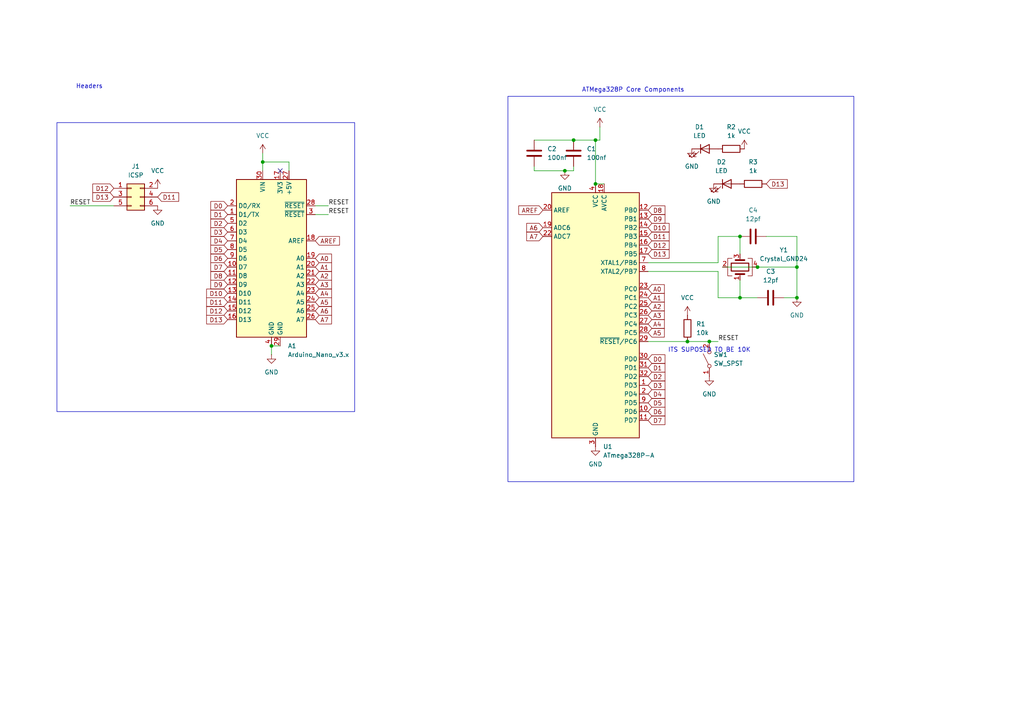
<source format=kicad_sch>
(kicad_sch (version 20231120) (generator "eeschema") (generator_version "8.0")
  (paper "A4")
  (lib_symbols
    (symbol "Connector_Generic:Conn_02x03_Odd_Even" (pin_names (offset 1.016) hide)
      (property "Reference" "J" (at 1.27 5.08 0))
      (property "Value" "Conn_02x03_Odd_Even" (at 1.27 -5.08 0))
      (symbol "Conn_02x03_Odd_Even_1_1"
        (rectangle (start -1.27 -2.413) (end 0 -2.667) (stroke (width 0.1524)))
        (rectangle (start -1.27 0.127) (end 0 -0.127) (stroke (width 0.1524)))
        (rectangle (start -1.27 2.667) (end 0 2.413) (stroke (width 0.1524)))
        (rectangle (start -1.27 3.81) (end 3.81 -3.81) (stroke (width 0.254)) (fill (type background)))
        (rectangle (start 3.81 -2.413) (end 2.54 -2.667) (stroke (width 0.1524)))
        (rectangle (start 3.81 0.127) (end 2.54 -0.127) (stroke (width 0.1524)))
        (rectangle (start 3.81 2.667) (end 2.54 2.413) (stroke (width 0.1524)))
        (pin passive line (at -5.08 2.54 0) (length 3.81) (name "Pin_1") (number "1"))
        (pin passive line (at 7.62 2.54 180) (length 3.81) (name "Pin_2") (number "2"))
        (pin passive line (at -5.08 0 0) (length 3.81) (name "Pin_3") (number "3"))
        (pin passive line (at 7.62 0 180) (length 3.81) (name "Pin_4") (number "4"))
        (pin passive line (at -5.08 -2.54 0) (length 3.81) (name "Pin_5") (number "5"))
        (pin passive line (at 7.62 -2.54 180) (length 3.81) (name "Pin_6") (number "6"))
      )
    )
    (symbol "Device:C" (pin_numbers hide) (pin_names (offset 0.254))
      (property "Reference" "C" (at 0.635 2.54 0))
      (property "Value" "C" (at 0.635 -2.54 0))
      (symbol "C_0_1"
        (polyline (pts (xy -2.032 -0.762) (xy 2.032 -0.762)) (stroke (width 0.508)))
        (polyline (pts (xy -2.032 0.762) (xy 2.032 0.762)) (stroke (width 0.508)))
      )
      (symbol "C_1_1"
        (pin passive line (at 0 3.81 270) (length 2.794) (name "~") (number "1"))
        (pin passive line (at 0 -3.81 90) (length 2.794) (name "~") (number "2"))
      )
    )
    (symbol "Device:Crystal_GND24" (pin_names (offset 1.016) hide)
      (property "Reference" "Y" (at 3.175 5.08 0))
      (property "Value" "Crystal_GND24" (at 3.175 3.175 0))
      (symbol "Crystal_GND24_0_1"
        (rectangle (start -1.143 2.54) (end 1.143 -2.54) (stroke (width 0.3048)))
        (polyline (pts (xy -2.54 0) (xy -2.032 0)))
        (polyline (pts (xy -2.032 -1.27) (xy -2.032 1.27)) (stroke (width 0.508)))
        (polyline (pts (xy 0 -3.81) (xy 0 -3.556)))
        (polyline (pts (xy 0 3.556) (xy 0 3.81)))
        (polyline (pts (xy 2.032 -1.27) (xy 2.032 1.27)) (stroke (width 0.508)))
        (polyline (pts (xy 2.032 0) (xy 2.54 0)))
        (polyline (pts (xy -2.54 -2.286) (xy -2.54 -3.556) (xy 2.54 -3.556) (xy 2.54 -2.286)))
        (polyline (pts (xy -2.54 2.286) (xy -2.54 3.556) (xy 2.54 3.556) (xy 2.54 2.286)))
      )
      (symbol "Crystal_GND24_1_1"
        (pin passive line (at -3.81 0 0) (length 1.27) (name "1") (number "1"))
        (pin passive line (at 0 5.08 270) (length 1.27) (name "2") (number "2"))
        (pin passive line (at 3.81 0 180) (length 1.27) (name "3") (number "3"))
        (pin passive line (at 0 -5.08 90) (length 1.27) (name "4") (number "4"))
      )
    )
    (symbol "Device:LED" (pin_numbers hide) (pin_names (offset 1.016) hide)
      (property "Reference" "D" (at 0 2.54 0))
      (property "Value" "LED" (at 0 -2.54 0))
      (symbol "LED_0_1"
        (polyline (pts (xy -1.27 -1.27) (xy -1.27 1.27)) (stroke (width 0.254)))
        (polyline (pts (xy -1.27 0) (xy 1.27 0)))
        (polyline (pts (xy 1.27 -1.27) (xy 1.27 1.27) (xy -1.27 0) (xy 1.27 -1.27)) (stroke (width 0.254)))
        (polyline (pts (xy -3.048 -0.762) (xy -4.572 -2.286) (xy -3.81 -2.286) (xy -4.572 -2.286) (xy -4.572 -1.524)))
        (polyline (pts (xy -1.778 -0.762) (xy -3.302 -2.286) (xy -2.54 -2.286) (xy -3.302 -2.286) (xy -3.302 -1.524)))
      )
      (symbol "LED_1_1"
        (pin passive line (at -3.81 0 0) (length 2.54) (name "K") (number "1"))
        (pin passive line (at 3.81 0 180) (length 2.54) (name "A") (number "2"))
      )
    )
    (symbol "Device:R" (pin_numbers hide) (pin_names (offset 0))
      (property "Reference" "R" (at 2.032 0 90))
      (property "Value" "R" (at 0 0 90))
      (symbol "R_0_1"
        (rectangle (start -1.016 -2.54) (end 1.016 2.54) (stroke (width 0.254)))
      )
      (symbol "R_1_1"
        (pin passive line (at 0 3.81 270) (length 1.27) (name "~") (number "1"))
        (pin passive line (at 0 -3.81 90) (length 1.27) (name "~") (number "2"))
      )
    )
    (symbol "MCU_Microchip_ATmega:ATmega328P-A"
      (property "Reference" "U" (at -12.7 36.83 0))
      (property "Value" "ATmega328P-A" (at 2.54 -36.83 0))
      (symbol "ATmega328P-A_0_1"
        (rectangle (start -12.7 -35.56) (end 12.7 35.56) (stroke (width 0.254)) (fill (type background)))
      )
      (symbol "ATmega328P-A_1_1"
        (pin bidirectional line (at 15.24 -20.32 180) (length 2.54) (name "PD3") (number "1"))
        (pin bidirectional line (at 15.24 -27.94 180) (length 2.54) (name "PD6") (number "10"))
        (pin bidirectional line (at 15.24 -30.48 180) (length 2.54) (name "PD7") (number "11"))
        (pin bidirectional line (at 15.24 30.48 180) (length 2.54) (name "PB0") (number "12"))
        (pin bidirectional line (at 15.24 27.94 180) (length 2.54) (name "PB1") (number "13"))
        (pin bidirectional line (at 15.24 25.4 180) (length 2.54) (name "PB2") (number "14"))
        (pin bidirectional line (at 15.24 22.86 180) (length 2.54) (name "PB3") (number "15"))
        (pin bidirectional line (at 15.24 20.32 180) (length 2.54) (name "PB4") (number "16"))
        (pin bidirectional line (at 15.24 17.78 180) (length 2.54) (name "PB5") (number "17"))
        (pin power_in line (at 2.54 38.1 270) (length 2.54) (name "AVCC") (number "18"))
        (pin input line (at -15.24 25.4 0) (length 2.54) (name "ADC6") (number "19"))
        (pin bidirectional line (at 15.24 -22.86 180) (length 2.54) (name "PD4") (number "2"))
        (pin passive line (at -15.24 30.48 0) (length 2.54) (name "AREF") (number "20"))
        (pin passive line (at 0 -38.1 90) (length 2.54) hide (name "GND") (number "21"))
        (pin input line (at -15.24 22.86 0) (length 2.54) (name "ADC7") (number "22"))
        (pin bidirectional line (at 15.24 7.62 180) (length 2.54) (name "PC0") (number "23"))
        (pin bidirectional line (at 15.24 5.08 180) (length 2.54) (name "PC1") (number "24"))
        (pin bidirectional line (at 15.24 2.54 180) (length 2.54) (name "PC2") (number "25"))
        (pin bidirectional line (at 15.24 0 180) (length 2.54) (name "PC3") (number "26"))
        (pin bidirectional line (at 15.24 -2.54 180) (length 2.54) (name "PC4") (number "27"))
        (pin bidirectional line (at 15.24 -5.08 180) (length 2.54) (name "PC5") (number "28"))
        (pin bidirectional line (at 15.24 -7.62 180) (length 2.54) (name "~{RESET}/PC6") (number "29"))
        (pin power_in line (at 0 -38.1 90) (length 2.54) (name "GND") (number "3"))
        (pin bidirectional line (at 15.24 -12.7 180) (length 2.54) (name "PD0") (number "30"))
        (pin bidirectional line (at 15.24 -15.24 180) (length 2.54) (name "PD1") (number "31"))
        (pin bidirectional line (at 15.24 -17.78 180) (length 2.54) (name "PD2") (number "32"))
        (pin power_in line (at 0 38.1 270) (length 2.54) (name "VCC") (number "4"))
        (pin passive line (at 0 -38.1 90) (length 2.54) hide (name "GND") (number "5"))
        (pin passive line (at 0 38.1 270) (length 2.54) hide (name "VCC") (number "6"))
        (pin bidirectional line (at 15.24 15.24 180) (length 2.54) (name "XTAL1/PB6") (number "7"))
        (pin bidirectional line (at 15.24 12.7 180) (length 2.54) (name "XTAL2/PB7") (number "8"))
        (pin bidirectional line (at 15.24 -25.4 180) (length 2.54) (name "PD5") (number "9"))
      )
    )
    (symbol "MCU_Module:Arduino_Nano_v3.x"
      (property "Reference" "A" (at -10.16 23.495 0))
      (property "Value" "Arduino_Nano_v3.x" (at 5.08 -24.13 0))
      (symbol "Arduino_Nano_v3.x_0_1"
        (rectangle (start -10.16 22.86) (end 10.16 -22.86) (stroke (width 0.254)) (fill (type background)))
      )
      (symbol "Arduino_Nano_v3.x_1_1"
        (pin bidirectional line (at -12.7 12.7 0) (length 2.54) (name "D1/TX") (number "1"))
        (pin bidirectional line (at -12.7 -2.54 0) (length 2.54) (name "D7") (number "10"))
        (pin bidirectional line (at -12.7 -5.08 0) (length 2.54) (name "D8") (number "11"))
        (pin bidirectional line (at -12.7 -7.62 0) (length 2.54) (name "D9") (number "12"))
        (pin bidirectional line (at -12.7 -10.16 0) (length 2.54) (name "D10") (number "13"))
        (pin bidirectional line (at -12.7 -12.7 0) (length 2.54) (name "D11") (number "14"))
        (pin bidirectional line (at -12.7 -15.24 0) (length 2.54) (name "D12") (number "15"))
        (pin bidirectional line (at -12.7 -17.78 0) (length 2.54) (name "D13") (number "16"))
        (pin power_out line (at 2.54 25.4 270) (length 2.54) (name "3V3") (number "17"))
        (pin input line (at 12.7 5.08 180) (length 2.54) (name "AREF") (number "18"))
        (pin bidirectional line (at 12.7 0 180) (length 2.54) (name "A0") (number "19"))
        (pin bidirectional line (at -12.7 15.24 0) (length 2.54) (name "D0/RX") (number "2"))
        (pin bidirectional line (at 12.7 -2.54 180) (length 2.54) (name "A1") (number "20"))
        (pin bidirectional line (at 12.7 -5.08 180) (length 2.54) (name "A2") (number "21"))
        (pin bidirectional line (at 12.7 -7.62 180) (length 2.54) (name "A3") (number "22"))
        (pin bidirectional line (at 12.7 -10.16 180) (length 2.54) (name "A4") (number "23"))
        (pin bidirectional line (at 12.7 -12.7 180) (length 2.54) (name "A5") (number "24"))
        (pin bidirectional line (at 12.7 -15.24 180) (length 2.54) (name "A6") (number "25"))
        (pin bidirectional line (at 12.7 -17.78 180) (length 2.54) (name "A7") (number "26"))
        (pin power_out line (at 5.08 25.4 270) (length 2.54) (name "+5V") (number "27"))
        (pin input line (at 12.7 15.24 180) (length 2.54) (name "~{RESET}") (number "28"))
        (pin power_in line (at 2.54 -25.4 90) (length 2.54) (name "GND") (number "29"))
        (pin input line (at 12.7 12.7 180) (length 2.54) (name "~{RESET}") (number "3"))
        (pin power_in line (at -2.54 25.4 270) (length 2.54) (name "VIN") (number "30"))
        (pin power_in line (at 0 -25.4 90) (length 2.54) (name "GND") (number "4"))
        (pin bidirectional line (at -12.7 10.16 0) (length 2.54) (name "D2") (number "5"))
        (pin bidirectional line (at -12.7 7.62 0) (length 2.54) (name "D3") (number "6"))
        (pin bidirectional line (at -12.7 5.08 0) (length 2.54) (name "D4") (number "7"))
        (pin bidirectional line (at -12.7 2.54 0) (length 2.54) (name "D5") (number "8"))
        (pin bidirectional line (at -12.7 0 0) (length 2.54) (name "D6") (number "9"))
      )
    )
    (symbol "Switch:SW_SPST" (pin_names (offset 0) hide)
      (property "Reference" "SW" (at 0 3.175 0))
      (property "Value" "SW_SPST" (at 0 -2.54 0))
      (symbol "SW_SPST_0_0"
        (circle (center -2.032 0) (radius 0.508))
        (polyline (pts (xy -1.524 0.254) (xy 1.524 1.778)))
        (circle (center 2.032 0) (radius 0.508))
      )
      (symbol "SW_SPST_1_1"
        (pin passive line (at -5.08 0 0) (length 2.54) (name "A") (number "1"))
        (pin passive line (at 5.08 0 180) (length 2.54) (name "B") (number "2"))
      )
    )
    (symbol "power:GND" (power) (pin_numbers hide) (pin_names (offset 0) hide)
      (property "Value" "GND" (at 0 -3.81 0))
      (symbol "GND_0_1"
        (polyline (pts (xy 0 0) (xy 0 -1.27) (xy 1.27 -1.27) (xy 0 -2.54) (xy -1.27 -1.27) (xy 0 -1.27)))
      )
      (symbol "GND_1_1"
        (pin power_in line (at 0 0 270) (length 0) (name "~") (number "1"))
      )
    )
    (symbol "power:VCC" (power) (pin_numbers hide) (pin_names (offset 0) hide)
      (property "Value" "VCC" (at 0 3.556 0))
      (symbol "VCC_0_1"
        (polyline (pts (xy -0.762 1.27) (xy 0 2.54)))
        (polyline (pts (xy 0 0) (xy 0 2.54)))
        (polyline (pts (xy 0 2.54) (xy 0.762 1.27)))
      )
      (symbol "VCC_1_1"
        (pin power_in line (at 0 0 90) (length 0) (name "~") (number "1"))
      )
    )
  )
  (junction (at 163.83 49.53))
  (junction (at 172.72 40.64))
  (junction (at 231.14 77.47))
  (junction (at 76.2 46.99))
  (junction (at 214.63 68.58))
  (junction (at 199.39 99.06))
  (junction (at 166.37 40.64))
  (junction (at 219.71 77.47))
  (junction (at 214.63 86.36))
  (junction (at 231.14 86.36))
  (junction (at 205.74 99.06))
  (junction (at 78.74 100.33))
  (junction (at 172.72 53.34))
  (no_connect (at 81.28 49.53))
  (wire (pts (xy 172.72 40.64) (xy 166.37 40.64)))
  (wire (pts (xy 231.14 77.47) (xy 231.14 68.58)))
  (wire (pts (xy 231.14 68.58) (xy 222.25 68.58)))
  (wire (pts (xy 208.28 99.06) (xy 205.74 99.06)))
  (wire (pts (xy 20.32 59.69) (xy 33.02 59.69)))
  (wire (pts (xy 172.72 53.34) (xy 175.26 53.34)))
  (wire (pts (xy 173.99 40.64) (xy 172.72 40.64)))
  (wire (pts (xy 83.82 49.53) (xy 83.82 46.99)))
  (wire (pts (xy 166.37 48.26) (xy 166.37 49.53)))
  (wire (pts (xy 187.96 99.06) (xy 199.39 99.06)))
  (wire (pts (xy 76.2 44.45) (xy 76.2 46.99)))
  (wire (pts (xy 173.99 36.83) (xy 173.99 40.64)))
  (wire (pts (xy 83.82 46.99) (xy 76.2 46.99)))
  (wire (pts (xy 208.28 86.36) (xy 208.28 78.74)))
  (wire (pts (xy 231.14 77.47) (xy 231.14 86.36)))
  (wire (pts (xy 187.96 76.2) (xy 208.28 76.2)))
  (wire (pts (xy 214.63 81.28) (xy 214.63 86.36)))
  (wire (pts (xy 209.55 77.47) (xy 219.71 77.47)))
  (wire (pts (xy 78.74 100.33) (xy 78.74 102.87)))
  (wire (pts (xy 208.28 68.58) (xy 214.63 68.58)))
  (wire (pts (xy 214.63 86.36) (xy 208.28 86.36)))
  (wire (pts (xy 214.63 68.58) (xy 214.63 73.66)))
  (wire (pts (xy 219.71 77.47) (xy 231.14 77.47)))
  (wire (pts (xy 172.72 40.64) (xy 172.72 53.34)))
  (wire (pts (xy 154.94 40.64) (xy 166.37 40.64)))
  (wire (pts (xy 208.28 78.74) (xy 187.96 78.74)))
  (wire (pts (xy 208.28 76.2) (xy 208.28 68.58)))
  (wire (pts (xy 231.14 86.36) (xy 227.33 86.36)))
  (wire (pts (xy 76.2 46.99) (xy 76.2 49.53)))
  (wire (pts (xy 154.94 49.53) (xy 154.94 48.26)))
  (wire (pts (xy 199.39 99.06) (xy 205.74 99.06)))
  (wire (pts (xy 163.83 49.53) (xy 154.94 49.53)))
  (wire (pts (xy 214.63 86.36) (xy 219.71 86.36)))
  (wire (pts (xy 166.37 49.53) (xy 163.83 49.53)))
  (wire (pts (xy 91.44 59.69) (xy 95.25 59.69)))
  (wire (pts (xy 91.44 62.23) (xy 95.25 62.23)))
  (wire (pts (xy 81.28 100.33) (xy 78.74 100.33)))
  (rectangle (start 16.51 35.56) (end 102.87 119.38))
  (rectangle (start 147.32 27.94) (end 247.65 139.7))
  (text "ATMega328P Core Components" (at 183.642 26.162 0) (effects (font (size 1.27 1.27))))
  (text "Headers" (at 25.908 25.146 0) (effects (font (size 1.27 1.27))))
  (text "ITS SUPOSED TO BE 10K" (at 205.74 101.6 0) (effects (font (size 1.27 1.27))))
  (label "RESET" (at 95.25 62.23 0))
  (label "RESET" (at 208.28 99.06 0))
  (label "RESET" (at 20.32 59.69 0))
  (label "RESET" (at 95.25 59.69 0))
  (global_label "D3" (shape input) (at 66.04 67.31 180) (property "Intersheetrefs" "${INTERSHEET_REFS}" (effects (hide yes))))
  (global_label "D13" (shape input) (at 187.96 73.66 0) (property "Intersheetrefs" "${INTERSHEET_REFS}" (effects (hide yes))))
  (global_label "D11" (shape input) (at 66.04 87.63 180) (property "Intersheetrefs" "${INTERSHEET_REFS}" (effects (hide yes))))
  (global_label "D2" (shape input) (at 187.96 109.22 0) (property "Intersheetrefs" "${INTERSHEET_REFS}" (effects (hide yes))))
  (global_label "D1" (shape input) (at 66.04 62.23 180) (property "Intersheetrefs" "${INTERSHEET_REFS}" (effects (hide yes))))
  (global_label "D0" (shape input) (at 66.04 59.69 180) (property "Intersheetrefs" "${INTERSHEET_REFS}" (effects (hide yes))))
  (global_label "A4" (shape input) (at 187.96 93.98 0) (property "Intersheetrefs" "${INTERSHEET_REFS}" (effects (hide yes))))
  (global_label "D5" (shape input) (at 66.04 72.39 180) (property "Intersheetrefs" "${INTERSHEET_REFS}" (effects (hide yes))))
  (global_label "A3" (shape input) (at 187.96 91.44 0) (property "Intersheetrefs" "${INTERSHEET_REFS}" (effects (hide yes))))
  (global_label "A6" (shape input) (at 157.48 66.04 180) (property "Intersheetrefs" "${INTERSHEET_REFS}" (effects (hide yes))))
  (global_label "A1" (shape input) (at 91.44 77.47 0) (property "Intersheetrefs" "${INTERSHEET_REFS}" (effects (hide yes))))
  (global_label "D0" (shape input) (at 187.96 104.14 0) (property "Intersheetrefs" "${INTERSHEET_REFS}" (effects (hide yes))))
  (global_label "A6" (shape input) (at 91.44 90.17 0) (property "Intersheetrefs" "${INTERSHEET_REFS}" (effects (hide yes))))
  (global_label "D2" (shape input) (at 66.04 64.77 180) (property "Intersheetrefs" "${INTERSHEET_REFS}" (effects (hide yes))))
  (global_label "D7" (shape input) (at 187.96 121.92 0) (property "Intersheetrefs" "${INTERSHEET_REFS}" (effects (hide yes))))
  (global_label "D8" (shape input) (at 187.96 60.96 0) (property "Intersheetrefs" "${INTERSHEET_REFS}" (effects (hide yes))))
  (global_label "A0" (shape input) (at 187.96 83.82 0) (property "Intersheetrefs" "${INTERSHEET_REFS}" (effects (hide yes))))
  (global_label "A1" (shape input) (at 187.96 86.36 0) (property "Intersheetrefs" "${INTERSHEET_REFS}" (effects (hide yes))))
  (global_label "A7" (shape input) (at 91.44 92.71 0) (property "Intersheetrefs" "${INTERSHEET_REFS}" (effects (hide yes))))
  (global_label "D1" (shape input) (at 187.96 106.68 0) (property "Intersheetrefs" "${INTERSHEET_REFS}" (effects (hide yes))))
  (global_label "AREF" (shape input) (at 91.44 69.85 0) (property "Intersheetrefs" "${INTERSHEET_REFS}" (effects (hide yes))))
  (global_label "D7" (shape input) (at 66.04 77.47 180) (property "Intersheetrefs" "${INTERSHEET_REFS}" (effects (hide yes))))
  (global_label "D12" (shape input) (at 33.02 54.61 180) (property "Intersheetrefs" "${INTERSHEET_REFS}" (effects (hide yes))))
  (global_label "D8" (shape input) (at 66.04 80.01 180) (property "Intersheetrefs" "${INTERSHEET_REFS}" (effects (hide yes))))
  (global_label "A4" (shape input) (at 91.44 85.09 0) (property "Intersheetrefs" "${INTERSHEET_REFS}" (effects (hide yes))))
  (global_label "D11" (shape input) (at 45.72 57.15 0) (property "Intersheetrefs" "${INTERSHEET_REFS}" (effects (hide yes))))
  (global_label "D6" (shape input) (at 66.04 74.93 180) (property "Intersheetrefs" "${INTERSHEET_REFS}" (effects (hide yes))))
  (global_label "D3" (shape input) (at 187.96 111.76 0) (property "Intersheetrefs" "${INTERSHEET_REFS}" (effects (hide yes))))
  (global_label "D13" (shape input) (at 222.25 53.34 0) (property "Intersheetrefs" "${INTERSHEET_REFS}" (effects (hide yes))))
  (global_label "D13" (shape input) (at 33.02 57.15 180) (property "Intersheetrefs" "${INTERSHEET_REFS}" (effects (hide yes))))
  (global_label "A5" (shape input) (at 187.96 96.52 0) (property "Intersheetrefs" "${INTERSHEET_REFS}" (effects (hide yes))))
  (global_label "D13" (shape input) (at 66.04 92.71 180) (property "Intersheetrefs" "${INTERSHEET_REFS}" (effects (hide yes))))
  (global_label "D10" (shape input) (at 66.04 85.09 180) (property "Intersheetrefs" "${INTERSHEET_REFS}" (effects (hide yes))))
  (global_label "A0" (shape input) (at 91.44 74.93 0) (property "Intersheetrefs" "${INTERSHEET_REFS}" (effects (hide yes))))
  (global_label "D10" (shape input) (at 187.96 66.04 0) (property "Intersheetrefs" "${INTERSHEET_REFS}" (effects (hide yes))))
  (global_label "D11" (shape input) (at 187.96 68.58 0) (property "Intersheetrefs" "${INTERSHEET_REFS}" (effects (hide yes))))
  (global_label "A5" (shape input) (at 91.44 87.63 0) (property "Intersheetrefs" "${INTERSHEET_REFS}" (effects (hide yes))))
  (global_label "A2" (shape input) (at 91.44 80.01 0) (property "Intersheetrefs" "${INTERSHEET_REFS}" (effects (hide yes))))
  (global_label "A2" (shape input) (at 187.96 88.9 0) (property "Intersheetrefs" "${INTERSHEET_REFS}" (effects (hide yes))))
  (global_label "D12" (shape input) (at 66.04 90.17 180) (property "Intersheetrefs" "${INTERSHEET_REFS}" (effects (hide yes))))
  (global_label "A7" (shape input) (at 157.48 68.58 180) (property "Intersheetrefs" "${INTERSHEET_REFS}" (effects (hide yes))))
  (global_label "D12" (shape input) (at 187.96 71.12 0) (property "Intersheetrefs" "${INTERSHEET_REFS}" (effects (hide yes))))
  (global_label "A3" (shape input) (at 91.44 82.55 0) (property "Intersheetrefs" "${INTERSHEET_REFS}" (effects (hide yes))))
  (global_label "D9" (shape input) (at 66.04 82.55 180) (property "Intersheetrefs" "${INTERSHEET_REFS}" (effects (hide yes))))
  (global_label "D6" (shape input) (at 187.96 119.38 0) (property "Intersheetrefs" "${INTERSHEET_REFS}" (effects (hide yes))))
  (global_label "D9" (shape input) (at 187.96 63.5 0) (property "Intersheetrefs" "${INTERSHEET_REFS}" (effects (hide yes))))
  (global_label "AREF" (shape input) (at 157.48 60.96 180) (property "Intersheetrefs" "${INTERSHEET_REFS}" (effects (hide yes))))
  (global_label "D4" (shape input) (at 187.96 114.3 0) (property "Intersheetrefs" "${INTERSHEET_REFS}" (effects (hide yes))))
  (global_label "D4" (shape input) (at 66.04 69.85 180) (property "Intersheetrefs" "${INTERSHEET_REFS}" (effects (hide yes))))
  (global_label "D5" (shape input) (at 187.96 116.84 0) (property "Intersheetrefs" "${INTERSHEET_REFS}" (effects (hide yes))))
  (symbol (lib_id "power:GND") (at 200.66 43.18 0) (unit 1)
    (property "Reference" "#PWR011" (effects (hide yes)))
    (property "Value" "GND" (at 200.66 48.26 0))
    (property "Description" "Power symbol creates a global label with name \"GND\" , ground" (effects (hide yes)))
  )
  (symbol (lib_id "Device:C") (at 154.94 44.45 180) (unit 1)
    (property "Reference" "C2" (at 158.75 43.1799 0) (effects (justify right)))
    (property "Value" "100nf" (at 158.75 45.7199 0) (effects (justify right)))
    (property "Footprint" "Capacitor_SMD:C_0805_2012Metric_Pad1.18x1.45mm_HandSolder" (effects (hide yes)))
    (property "Description" "Unpolarized capacitor" (effects (hide yes)))
    (property "LCSC" "C49678" (effects (hide yes)))
  )
  (symbol (lib_id "Device:C") (at 218.44 68.58 90) (unit 1)
    (property "Reference" "C4" (at 218.44 60.96 90))
    (property "Value" "12pf" (at 218.44 63.5 90))
    (property "Footprint" "Capacitor_SMD:C_0805_2012Metric_Pad1.18x1.45mm_HandSolder" (effects (hide yes)))
    (property "Description" "Unpolarized capacitor" (effects (hide yes)))
    (property "LCSC" "C1792" (effects (hide yes)))
  )
  (symbol (lib_id "Device:LED") (at 210.82 53.34 0) (unit 1)
    (property "Reference" "D2" (at 209.2325 46.99 0))
    (property "Value" "LED" (at 209.2325 49.53 0))
    (property "Footprint" "LED_SMD:LED_0805_2012Metric_Pad1.15x1.40mm_HandSolder" (effects (hide yes)))
    (property "Description" "Light emitting diode" (effects (hide yes)))
  )
  (symbol (lib_id "Connector_Generic:Conn_02x03_Odd_Even") (at 38.1 57.15 0) (unit 1)
    (property "Reference" "J1" (at 39.37 48.26 0))
    (property "Value" "ICSP" (at 39.37 50.8 0))
    (property "Footprint" "Connector_PinHeader_2.54mm:PinHeader_2x03_P2.54mm_Vertical" (effects (hide yes)))
    (property "Description" "Generic connector, double row, 02x03, odd/even pin numbering scheme (row 1 odd numbers, row 2 even numbers), script generated (kicad-library-utils/schlib/autogen/connector/)" (effects (hide yes)))
  )
  (symbol (lib_id "power:GND") (at 172.72 129.54 0) (unit 1)
    (property "Reference" "#PWR016" (effects (hide yes)))
    (property "Value" "GND" (at 172.72 134.62 0))
    (property "Description" "Power symbol creates a global label with name \"GND\" , ground" (effects (hide yes)))
  )
  (symbol (lib_id "power:VCC") (at 76.2 44.45 0) (unit 1)
    (property "Reference" "#PWR06" (effects (hide yes)))
    (property "Value" "VCC" (at 76.2 39.37 0))
    (property "Description" "Power symbol creates a global label with name \"VCC\"" (effects (hide yes)))
  )
  (symbol (lib_id "power:GND") (at 78.74 102.87 0) (unit 1)
    (property "Reference" "#PWR07" (effects (hide yes)))
    (property "Value" "GND" (at 78.74 107.95 0))
    (property "Description" "Power symbol creates a global label with name \"GND\" , ground" (effects (hide yes)))
  )
  (symbol (lib_id "MCU_Module:Arduino_Nano_v3.x") (at 78.74 74.93 0) (unit 1)
    (property "Reference" "A1" (at 83.4741 100.33 0) (effects (justify left)))
    (property "Value" "Arduino_Nano_v3.x" (at 83.4741 102.87 0) (effects (justify left)))
    (property "Footprint" "Module:Arduino_Nano_WithMountingHoles" (effects (hide yes)))
    (property "Datasheet" "http://www.mouser.com/pdfdocs/Gravitech_Arduino_Nano3_0.pdf" (effects (hide yes)))
    (property "Description" "Arduino Nano v3.x" (effects (hide yes)))
  )
  (symbol (lib_id "MCU_Microchip_ATmega:ATmega328P-A") (at 172.72 91.44 0) (unit 1)
    (property "Reference" "U1" (at 174.9141 129.54 0) (effects (justify left)))
    (property "Value" "ATmega328P-A" (at 174.9141 132.08 0) (effects (justify left)))
    (property "Footprint" "Package_QFP:TQFP-32_7x7mm_P0.8mm" (effects (hide yes)))
    (property "Datasheet" "http://ww1.microchip.com/downloads/en/DeviceDoc/ATmega328_P%20AVR%20MCU%20with%20picoPower%20Technology%20Data%20Sheet%2040001984A.pdf" (effects (hide yes)))
    (property "Description" "20MHz, 32kB Flash, 2kB SRAM, 1kB EEPROM, TQFP-32" (effects (hide yes)))
    (property "LCSC" "C14877" (effects (hide yes)))
  )
  (symbol (lib_id "Device:C") (at 223.52 86.36 90) (unit 1)
    (property "Reference" "C3" (at 223.52 78.74 90))
    (property "Value" "12pf" (at 223.52 81.28 90))
    (property "Footprint" "Capacitor_SMD:C_0805_2012Metric_Pad1.18x1.45mm_HandSolder" (effects (hide yes)))
    (property "Description" "Unpolarized capacitor" (effects (hide yes)))
    (property "LCSC" "C1792" (effects (hide yes)))
  )
  (symbol (lib_id "power:VCC") (at 199.39 91.44 0) (unit 1)
    (property "Reference" "#PWR05" (effects (hide yes)))
    (property "Value" "VCC" (at 199.39 86.36 0))
    (property "Description" "Power symbol creates a global label with name \"VCC\"" (effects (hide yes)))
  )
  (symbol (lib_id "Device:C") (at 166.37 44.45 0) (unit 1)
    (property "Reference" "C1" (at 170.18 43.1799 0) (effects (justify left)))
    (property "Value" "100nf" (at 170.18 45.7199 0) (effects (justify left)))
    (property "Footprint" "Capacitor_SMD:C_0805_2012Metric_Pad1.18x1.45mm_HandSolder" (effects (hide yes)))
    (property "Description" "Unpolarized capacitor" (effects (hide yes)))
    (property "LCSC" "C49678" (effects (hide yes)))
  )
  (symbol (lib_id "power:VCC") (at 215.9 43.18 0) (unit 1)
    (property "Reference" "#PWR010" (effects (hide yes)))
    (property "Value" "VCC" (at 215.9 38.1 0))
    (property "Description" "Power symbol creates a global label with name \"VCC\"" (effects (hide yes)))
  )
  (symbol (lib_id "power:VCC") (at 173.99 36.83 0) (unit 1)
    (property "Reference" "#PWR01" (effects (hide yes)))
    (property "Value" "VCC" (at 173.99 31.75 0))
    (property "Description" "Power symbol creates a global label with name \"VCC\"" (effects (hide yes)))
  )
  (symbol (lib_id "Device:R") (at 212.09 43.18 90) (unit 1)
    (property "Reference" "R2" (at 212.09 36.83 90))
    (property "Value" "1k" (at 212.09 39.37 90))
    (property "Footprint" "Resistor_SMD:R_0805_2012Metric_Pad1.20x1.40mm_HandSolder" (effects (hide yes)))
    (property "Description" "Resistor" (effects (hide yes)))
  )
  (symbol (lib_id "power:GND") (at 207.01 53.34 0) (unit 1)
    (property "Reference" "#PWR012" (effects (hide yes)))
    (property "Value" "GND" (at 207.01 58.42 0))
    (property "Description" "Power symbol creates a global label with name \"GND\" , ground" (effects (hide yes)))
  )
  (symbol (lib_id "power:GND") (at 205.74 109.22 0) (unit 1)
    (property "Reference" "#PWR04" (effects (hide yes)))
    (property "Value" "GND" (at 205.74 114.3 0))
    (property "Description" "Power symbol creates a global label with name \"GND\" , ground" (effects (hide yes)))
  )
  (symbol (lib_id "Device:Crystal_GND24") (at 214.63 77.47 90) (unit 1)
    (property "Reference" "Y1" (at 227.33 72.5168 90))
    (property "Value" "Crystal_GND24" (at 227.33 75.0568 90))
    (property "Footprint" "Crystal:Crystal_SMD_3225-4Pin_3.2x2.5mm_HandSoldering" (effects (hide yes)))
    (property "Description" "Four pin crystal, GND on pins 2 and 4" (effects (hide yes)))
    (property "LCSC" "C13738" (effects (hide yes)))
  )
  (symbol (lib_id "power:GND") (at 45.72 59.69 0) (unit 1)
    (property "Reference" "#PWR09" (effects (hide yes)))
    (property "Value" "GND" (at 45.72 64.77 0))
    (property "Description" "Power symbol creates a global label with name \"GND\" , ground" (effects (hide yes)))
  )
  (symbol (lib_id "Device:R") (at 218.44 53.34 90) (unit 1)
    (property "Reference" "R3" (at 218.44 46.99 90))
    (property "Value" "1k" (at 218.44 49.53 90))
    (property "Footprint" "Resistor_SMD:R_0805_2012Metric_Pad1.20x1.40mm_HandSolder" (effects (hide yes)))
    (property "Description" "Resistor" (effects (hide yes)))
  )
  (symbol (lib_id "power:GND") (at 163.83 49.53 0) (unit 1)
    (property "Reference" "#PWR02" (effects (hide yes)))
    (property "Value" "GND" (at 163.83 54.61 0))
    (property "Description" "Power symbol creates a global label with name \"GND\" , ground" (effects (hide yes)))
  )
  (symbol (lib_id "power:VCC") (at 45.72 54.61 0) (unit 1)
    (property "Reference" "#PWR08" (effects (hide yes)))
    (property "Value" "VCC" (at 45.72 49.53 0))
    (property "Description" "Power symbol creates a global label with name \"VCC\"" (effects (hide yes)))
  )
  (symbol (lib_id "Device:LED") (at 204.47 43.18 0) (unit 1)
    (property "Reference" "D1" (at 202.8825 36.83 0))
    (property "Value" "LED" (at 202.8825 39.37 0))
    (property "Footprint" "LED_SMD:LED_0805_2012Metric_Pad1.15x1.40mm_HandSolder" (effects (hide yes)))
    (property "Description" "Light emitting diode" (effects (hide yes)))
  )
  (symbol (lib_id "Switch:SW_SPST") (at 205.74 104.14 90) (unit 1)
    (property "Reference" "SW1" (at 207.01 102.8699 90) (effects (justify right)))
    (property "Value" "SW_SPST" (at 207.01 105.4099 90) (effects (justify right)))
    (property "Footprint" "Button_Switch_SMD:SW_Push_1P1T_XKB_TS-1187A" (effects (hide yes)))
    (property "Description" "Single Pole Single Throw (SPST) switch" (effects (hide yes)))
    (property "LCSC" "C318884" (effects (hide yes)))
  )
  (symbol (lib_id "Device:R") (at 199.39 95.25 0) (unit 1)
    (property "Reference" "R1" (at 201.93 93.9799 0) (effects (justify left)))
    (property "Value" "10k" (at 201.93 96.5199 0) (effects (justify left)))
    (property "Footprint" "Resistor_SMD:R_0805_2012Metric_Pad1.20x1.40mm_HandSolder" (effects (hide yes)))
    (property "Description" "Resistor" (effects (hide yes)))
    (property "LCSC" "C17414" (effects (hide yes)))
  )
  (symbol (lib_id "power:GND") (at 231.14 86.36 0) (unit 1)
    (property "Reference" "#PWR03" (effects (hide yes)))
    (property "Value" "GND" (at 231.14 91.44 0))
    (property "Description" "Power symbol creates a global label with name \"GND\" , ground" (effects (hide yes)))
  )
)
</source>
